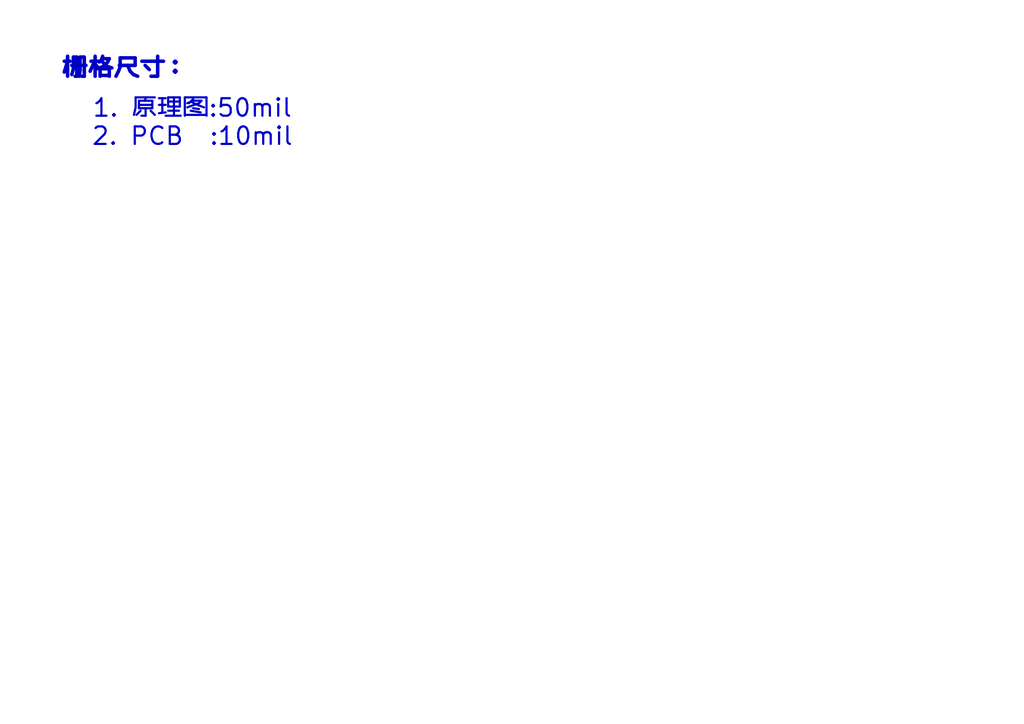
<source format=kicad_sch>
(kicad_sch
	(version 20231120)
	(generator "eeschema")
	(generator_version "8.0")
	(uuid "2dbde38f-c37d-459b-9e3a-f2146574938c")
	(paper "A4")
	(lib_symbols)
	(text "\n	1. 原理图:50mil\n	2. PCB  :10mil"
		(exclude_from_sim yes)
		(at 46.228 31.496 0)
		(effects
			(font
				(size 5.08 5.08)
				(thickness 0.635)
			)
			(href "#1")
		)
		(uuid "704b55fe-beee-45be-aeac-4a13b7223a24")
	)
	(text "栅格尺寸："
		(exclude_from_sim no)
		(at 35.814 20.066 0)
		(effects
			(font
				(size 5.08 5.08)
				(thickness 1.016)
				(bold yes)
			)
			(href "#1")
		)
		(uuid "72b22dbf-4012-4d3c-a9f3-0c1b4bb30c98")
	)
)

</source>
